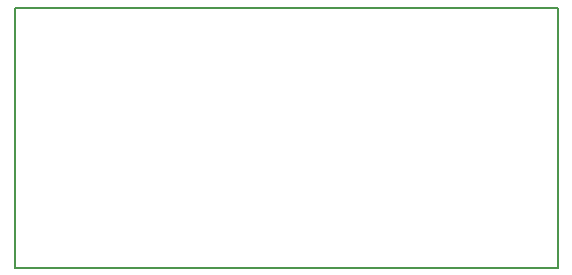
<source format=gm1>
G04 #@! TF.FileFunction,Profile,NP*
%FSLAX46Y46*%
G04 Gerber Fmt 4.6, Leading zero omitted, Abs format (unit mm)*
G04 Created by KiCad (PCBNEW (2016-03-20 BZR 6634, Git a4ba01f)-product) date 4/5/2016 10:18:16 AM*
%MOMM*%
G01*
G04 APERTURE LIST*
%ADD10C,0.100000*%
%ADD11C,0.150000*%
G04 APERTURE END LIST*
D10*
D11*
X120000000Y-102000000D02*
X124000000Y-102000000D01*
X120000000Y-80000000D02*
X120000000Y-102000000D01*
X124000000Y-80000000D02*
X120000000Y-80000000D01*
X166000000Y-80000000D02*
X124000000Y-80000000D01*
X166000000Y-102000000D02*
X166000000Y-80000000D01*
X124000000Y-102000000D02*
X166000000Y-102000000D01*
M02*

</source>
